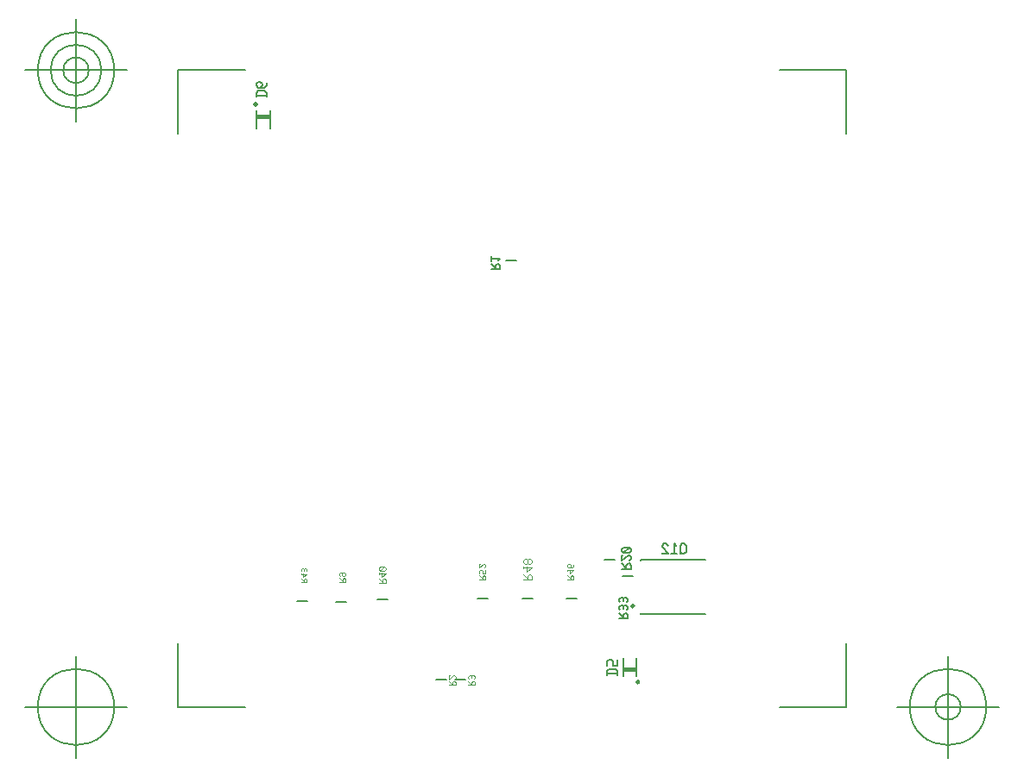
<source format=gbr>
G04 Generated by Ultiboard 14.0 *
%FSLAX34Y34*%
%MOMM*%

%ADD10C,0.0001*%
%ADD11C,0.1556*%
%ADD12C,0.2000*%
%ADD13C,0.2500*%
%ADD14C,0.1500*%
%ADD15C,0.0889*%
%ADD16C,0.2032*%
%ADD17C,0.1000*%
%ADD18C,0.1333*%
%ADD19C,0.0800*%
%ADD20C,0.1270*%


G04 ColorRGB FF14FF for the following layer *
%LNSilkscreen Bottom*%
%LPD*%
G54D10*
G54D11*
X418190Y28866D02*
X418190Y32848D01*
X420190Y34839D01*
X426190Y34839D01*
X428190Y32848D01*
X428190Y28866D01*
X428190Y29861D02*
X418190Y29861D01*
X428190Y43799D02*
X428190Y37826D01*
X424190Y37826D01*
X424190Y41808D01*
X422190Y43799D01*
X420190Y43799D01*
X418190Y41808D01*
X418190Y37826D01*
X495784Y149780D02*
X493793Y147780D01*
X491802Y147780D01*
X489811Y149780D01*
X489811Y155780D01*
X491802Y157780D01*
X493793Y157780D01*
X495784Y155780D01*
X495784Y149780D01*
X491802Y149780D02*
X489811Y147780D01*
X485829Y155780D02*
X483838Y157780D01*
X483838Y147780D01*
X486824Y147780D02*
X480851Y147780D01*
X477864Y155780D02*
X475873Y157780D01*
X473882Y157780D01*
X471891Y155780D01*
X471891Y154780D01*
X477864Y147780D01*
X471891Y147780D01*
X471891Y148780D01*
X74120Y596486D02*
X74120Y600468D01*
X76120Y602459D01*
X82120Y602459D01*
X84120Y600468D01*
X84120Y596486D01*
X84120Y597481D02*
X74120Y597481D01*
X84120Y610423D02*
X84120Y607437D01*
X82120Y605446D01*
X78120Y605446D01*
X76120Y605446D01*
X74120Y607437D01*
X74120Y609428D01*
X76120Y611419D01*
X78120Y611419D01*
X80120Y609428D01*
X80120Y607437D01*
X78120Y605446D01*
G54D12*
X447190Y27830D02*
X447190Y45830D01*
X434190Y27830D02*
X434190Y45830D01*
G36*
X434440Y32080D02*
X434440Y36430D01*
X446940Y36430D01*
X446940Y32080D01*
X434440Y32080D01*
G37*
X74780Y583040D02*
X74780Y565040D01*
X87780Y583040D02*
X87780Y565040D01*
G36*
X75030Y574440D02*
X75030Y578790D01*
X87530Y578790D01*
X87530Y574440D01*
X75030Y574440D01*
G37*
G54D13*
X447190Y21830D02*
G75*
D01*
G02X447190Y21830I1250J0*
G01*
X442100Y96520D02*
G75*
D01*
G02X442100Y96520I1250J0*
G01*
X72280Y589040D02*
G75*
D01*
G02X72280Y589040I1250J0*
G01*
G54D14*
X450850Y88820D02*
X514350Y88820D01*
X450850Y88820D02*
X450850Y89820D01*
X450850Y142320D02*
X514350Y142320D01*
X450850Y141320D02*
X450850Y142320D01*
G54D15*
X118174Y119949D02*
X123889Y119949D01*
X123889Y122224D01*
X122746Y123362D01*
X122174Y123362D01*
X121031Y122224D01*
X121031Y119949D01*
X121031Y120518D02*
X118174Y123362D01*
X120460Y128482D02*
X120460Y125069D01*
X123889Y127913D01*
X118174Y127913D01*
X118174Y127344D02*
X118174Y128482D01*
X123317Y130758D02*
X123889Y131327D01*
X123889Y132464D01*
X122746Y133602D01*
X121603Y133602D01*
X121031Y133033D01*
X120460Y133602D01*
X119317Y133602D01*
X118174Y132464D01*
X118174Y131327D01*
X118746Y130758D01*
X121031Y131327D02*
X121031Y133033D01*
G54D16*
X114380Y101600D02*
X124380Y101600D01*
X114380Y101600D01*
X124380Y101600D02*
X124380Y101600D01*
X114380Y101600D02*
X114380Y101600D01*
X152480Y100330D02*
X162480Y100330D01*
X152480Y100330D01*
X162480Y100330D02*
X162480Y100330D01*
X152480Y100330D02*
X152480Y100330D01*
X193120Y102870D02*
X203120Y102870D01*
X193120Y102870D01*
X203120Y102870D02*
X203120Y102870D01*
X193120Y102870D02*
X193120Y102870D01*
X433150Y125730D02*
X443150Y125730D01*
X433150Y125730D01*
X443150Y125730D02*
X443150Y125730D01*
X433150Y125730D02*
X433150Y125730D01*
X425370Y142240D02*
X415370Y142240D01*
X425370Y142240D01*
X415370Y142240D02*
X415370Y142240D01*
X425370Y142240D02*
X425370Y142240D01*
X290910Y104140D02*
X300910Y104140D01*
X290910Y104140D01*
X300910Y104140D02*
X300910Y104140D01*
X290910Y104140D02*
X290910Y104140D01*
X378540Y104140D02*
X388540Y104140D01*
X378540Y104140D01*
X388540Y104140D02*
X388540Y104140D01*
X378540Y104140D02*
X378540Y104140D01*
X335360Y104140D02*
X345360Y104140D01*
X335360Y104140D01*
X345360Y104140D02*
X345360Y104140D01*
X335360Y104140D02*
X335360Y104140D01*
X328850Y435610D02*
X318850Y435610D01*
X328850Y435610D01*
X318850Y435610D02*
X318850Y435610D01*
X328850Y435610D02*
X328850Y435610D01*
X269320Y24130D02*
X279320Y24130D01*
X269320Y24130D01*
X279320Y24130D02*
X279320Y24130D01*
X269320Y24130D02*
X269320Y24130D01*
X250270Y24130D02*
X260270Y24130D01*
X250270Y24130D01*
X260270Y24130D02*
X260270Y24130D01*
X250270Y24130D02*
X250270Y24130D01*
G54D17*
X155489Y120020D02*
X161917Y120020D01*
X161917Y122580D01*
X160631Y123860D01*
X159989Y123860D01*
X158703Y122580D01*
X158703Y120020D01*
X158703Y120660D02*
X155489Y123860D01*
X156774Y125780D02*
X155489Y127060D01*
X155489Y128340D01*
X156774Y129620D01*
X159346Y129620D01*
X160631Y129620D01*
X161917Y128340D01*
X161917Y127060D01*
X160631Y125780D01*
X159346Y125780D01*
X158060Y127060D01*
X158060Y128340D01*
X159346Y129620D01*
X194529Y119580D02*
X200957Y119580D01*
X200957Y122140D01*
X199671Y123420D01*
X199029Y123420D01*
X197743Y122140D01*
X197743Y119580D01*
X197743Y120220D02*
X194529Y123420D01*
X197100Y129180D02*
X197100Y125340D01*
X200957Y128540D01*
X194529Y128540D01*
X194529Y127900D02*
X194529Y129180D01*
X199671Y131100D02*
X200957Y132380D01*
X200957Y133660D01*
X199671Y134940D01*
X195814Y134940D01*
X194529Y133660D01*
X194529Y132380D01*
X195814Y131100D01*
X199671Y131100D01*
X199671Y134940D02*
X195814Y131100D01*
X292649Y122560D02*
X299077Y122560D01*
X299077Y125120D01*
X297791Y126400D01*
X297149Y126400D01*
X295863Y125120D01*
X295863Y122560D01*
X295863Y123200D02*
X292649Y126400D01*
X299077Y132160D02*
X299077Y128320D01*
X296506Y128320D01*
X296506Y130880D01*
X295220Y132160D01*
X293934Y132160D01*
X292649Y130880D01*
X292649Y128320D01*
X297791Y134080D02*
X299077Y135360D01*
X299077Y136640D01*
X297791Y137920D01*
X297149Y137920D01*
X292649Y134080D01*
X292649Y137920D01*
X293291Y137920D01*
X379009Y122560D02*
X385437Y122560D01*
X385437Y125120D01*
X384151Y126400D01*
X383509Y126400D01*
X382223Y125120D01*
X382223Y122560D01*
X382223Y123200D02*
X379009Y126400D01*
X381580Y132160D02*
X381580Y128320D01*
X385437Y131520D01*
X379009Y131520D01*
X379009Y130880D02*
X379009Y132160D01*
X385437Y137280D02*
X385437Y135360D01*
X384151Y134080D01*
X381580Y134080D01*
X380294Y134080D01*
X379009Y135360D01*
X379009Y136640D01*
X380294Y137920D01*
X381580Y137920D01*
X382866Y136640D01*
X382866Y135360D01*
X381580Y134080D01*
X282217Y18933D02*
X288646Y18933D01*
X288646Y21493D01*
X287360Y22773D01*
X286717Y22773D01*
X285432Y21493D01*
X285432Y18933D01*
X285432Y19573D02*
X282217Y22773D01*
X288003Y25333D02*
X288646Y25973D01*
X288646Y27253D01*
X287360Y28533D01*
X286075Y28533D01*
X285432Y27893D01*
X284789Y28533D01*
X283503Y28533D01*
X282217Y27253D01*
X282217Y25973D01*
X282860Y25333D01*
X285432Y25973D02*
X285432Y27893D01*
X263167Y18933D02*
X269596Y18933D01*
X269596Y21493D01*
X268310Y22773D01*
X267667Y22773D01*
X266382Y21493D01*
X266382Y18933D01*
X266382Y19573D02*
X263167Y22773D01*
X268310Y24693D02*
X269596Y25973D01*
X269596Y27253D01*
X268310Y28533D01*
X267667Y28533D01*
X263167Y24693D01*
X263167Y28533D01*
X263810Y28533D01*
G54D18*
X429991Y84673D02*
X438563Y84673D01*
X438563Y88087D01*
X436849Y89793D01*
X435991Y89793D01*
X434277Y88087D01*
X434277Y84673D01*
X434277Y85527D02*
X429991Y89793D01*
X437706Y93207D02*
X438563Y94060D01*
X438563Y95767D01*
X436849Y97473D01*
X435134Y97473D01*
X434277Y96620D01*
X433420Y97473D01*
X431706Y97473D01*
X429991Y95767D01*
X429991Y94060D01*
X430849Y93207D01*
X434277Y94060D02*
X434277Y96620D01*
X437706Y100887D02*
X438563Y101740D01*
X438563Y103447D01*
X436849Y105153D01*
X435134Y105153D01*
X434277Y104300D01*
X433420Y105153D01*
X431706Y105153D01*
X429991Y103447D01*
X429991Y101740D01*
X430849Y100887D01*
X434277Y101740D02*
X434277Y104300D01*
X432871Y133093D02*
X441443Y133093D01*
X441443Y136507D01*
X439729Y138213D01*
X438871Y138213D01*
X437157Y136507D01*
X437157Y133093D01*
X437157Y133947D02*
X432871Y138213D01*
X439729Y140773D02*
X441443Y142480D01*
X441443Y144187D01*
X439729Y145893D01*
X438871Y145893D01*
X432871Y140773D01*
X432871Y145893D01*
X433729Y145893D01*
X439729Y148453D02*
X441443Y150160D01*
X441443Y151867D01*
X439729Y153573D01*
X434586Y153573D01*
X432871Y151867D01*
X432871Y150160D01*
X434586Y148453D01*
X439729Y148453D01*
X439729Y153573D02*
X434586Y148453D01*
X304831Y427453D02*
X313403Y427453D01*
X313403Y430867D01*
X311689Y432573D01*
X310831Y432573D01*
X309117Y430867D01*
X309117Y427453D01*
X309117Y428307D02*
X304831Y432573D01*
X311689Y435987D02*
X313403Y437693D01*
X304831Y437693D01*
X304831Y435133D02*
X304831Y440253D01*
G54D19*
X336011Y122773D02*
X344583Y122773D01*
X344583Y126187D01*
X342869Y127893D01*
X342011Y127893D01*
X340297Y126187D01*
X340297Y122773D01*
X340297Y123627D02*
X336011Y127893D01*
X339440Y135573D02*
X339440Y130453D01*
X344583Y134720D01*
X336011Y134720D01*
X336011Y133867D02*
X336011Y135573D01*
X336011Y141547D02*
X336011Y139840D01*
X337726Y138133D01*
X339440Y138133D01*
X340297Y138987D01*
X341154Y138133D01*
X342869Y138133D01*
X344583Y139840D01*
X344583Y141547D01*
X342869Y143253D01*
X341154Y143253D01*
X340297Y142400D01*
X339440Y143253D01*
X337726Y143253D01*
X336011Y141547D01*
X340297Y138987D02*
X340297Y142400D01*
G54D20*
X-2540Y-2540D02*
X-2540Y59968D01*
X-2540Y-2540D02*
X62968Y-2540D01*
X652540Y-2540D02*
X587032Y-2540D01*
X652540Y-2540D02*
X652540Y59968D01*
X652540Y622540D02*
X652540Y560032D01*
X652540Y622540D02*
X587032Y622540D01*
X-2540Y622540D02*
X62968Y622540D01*
X-2540Y622540D02*
X-2540Y560032D01*
X-52540Y-2540D02*
X-152540Y-2540D01*
X-102540Y-52540D02*
X-102540Y47460D01*
X-140040Y-2540D02*
G75*
D01*
G02X-140040Y-2540I37500J0*
G01*
X702540Y-2540D02*
X802540Y-2540D01*
X752540Y-52540D02*
X752540Y47460D01*
X715040Y-2540D02*
G75*
D01*
G02X715040Y-2540I37500J0*
G01*
X740040Y-2540D02*
G75*
D01*
G02X740040Y-2540I12500J0*
G01*
X-52540Y622540D02*
X-152540Y622540D01*
X-102540Y572540D02*
X-102540Y672540D01*
X-140040Y622540D02*
G75*
D01*
G02X-140040Y622540I37500J0*
G01*
X-127540Y622540D02*
G75*
D01*
G02X-127540Y622540I25000J0*
G01*
X-115040Y622540D02*
G75*
D01*
G02X-115040Y622540I12500J0*
G01*

M02*

</source>
